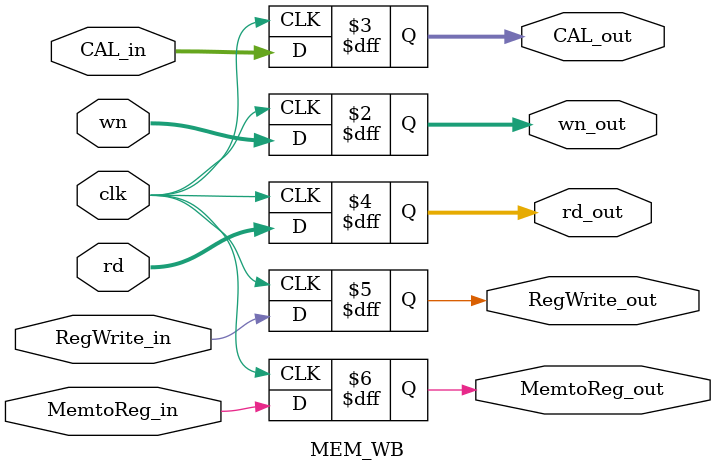
<source format=v>
module MEM_WB ( clk, CAL_in, rd, wn, CAL_out, rd_out, wn_out, RegWrite_in, MemtoReg_in, RegWrite_out, MemtoReg_out ) ;

	input 			clk ;	
	input	[4:0]		wn ;
	input	[31:0]		CAL_in,  rd ;
	input			RegWrite_in, MemtoReg_in ;	
	output	reg [4:0]	wn_out ;
	output	reg [31:0]	CAL_out, rd_out ;	
	output	reg		RegWrite_out, MemtoReg_out ;
	
	always @( posedge clk ) begin
	
		CAL_out <= CAL_in ;
		rd_out <= rd ;
	
		wn_out <= wn ;
		
		RegWrite_out <= RegWrite_in ;
		MemtoReg_out <= MemtoReg_in ;
	
	
	end
	
endmodule
</source>
